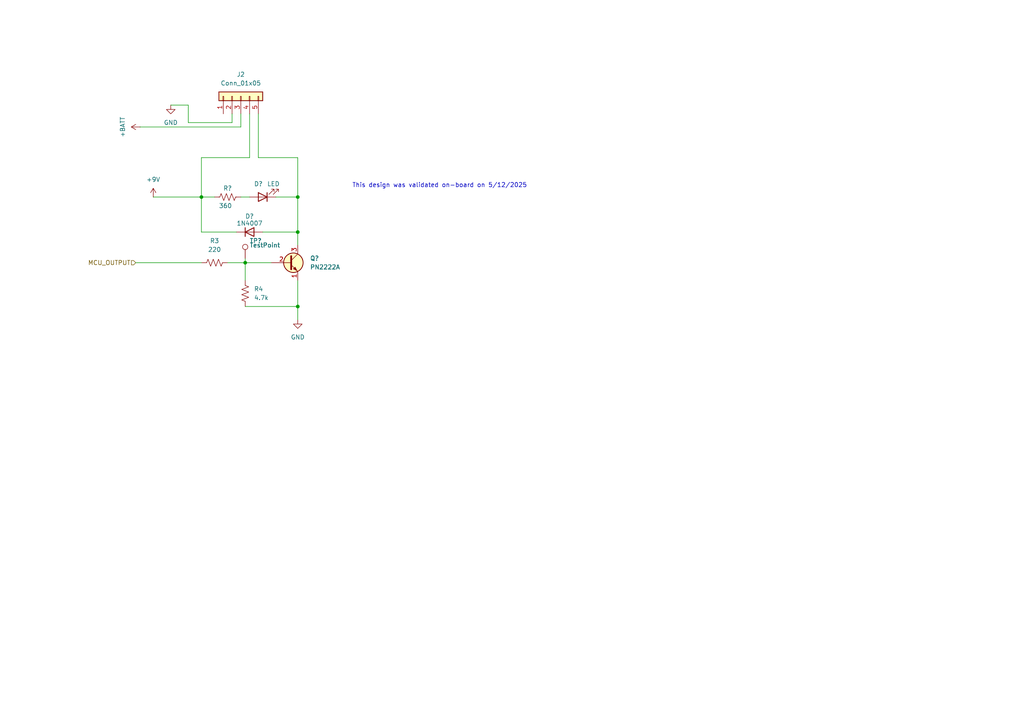
<source format=kicad_sch>
(kicad_sch
	(version 20250114)
	(generator "eeschema")
	(generator_version "9.0")
	(uuid "efca75fd-153b-4cfe-ab8f-e37262fd383b")
	(paper "A4")
	(lib_symbols
		(symbol "Connector:TestPoint"
			(pin_numbers
				(hide yes)
			)
			(pin_names
				(offset 0.762)
				(hide yes)
			)
			(exclude_from_sim no)
			(in_bom yes)
			(on_board yes)
			(property "Reference" "TP"
				(at 0 6.858 0)
				(effects
					(font
						(size 1.27 1.27)
					)
				)
			)
			(property "Value" "TestPoint"
				(at 0 5.08 0)
				(effects
					(font
						(size 1.27 1.27)
					)
				)
			)
			(property "Footprint" ""
				(at 5.08 0 0)
				(effects
					(font
						(size 1.27 1.27)
					)
					(hide yes)
				)
			)
			(property "Datasheet" "~"
				(at 5.08 0 0)
				(effects
					(font
						(size 1.27 1.27)
					)
					(hide yes)
				)
			)
			(property "Description" "test point"
				(at 0 0 0)
				(effects
					(font
						(size 1.27 1.27)
					)
					(hide yes)
				)
			)
			(property "ki_keywords" "test point tp"
				(at 0 0 0)
				(effects
					(font
						(size 1.27 1.27)
					)
					(hide yes)
				)
			)
			(property "ki_fp_filters" "Pin* Test*"
				(at 0 0 0)
				(effects
					(font
						(size 1.27 1.27)
					)
					(hide yes)
				)
			)
			(symbol "TestPoint_0_1"
				(circle
					(center 0 3.302)
					(radius 0.762)
					(stroke
						(width 0)
						(type default)
					)
					(fill
						(type none)
					)
				)
			)
			(symbol "TestPoint_1_1"
				(pin passive line
					(at 0 0 90)
					(length 2.54)
					(name "1"
						(effects
							(font
								(size 1.27 1.27)
							)
						)
					)
					(number "1"
						(effects
							(font
								(size 1.27 1.27)
							)
						)
					)
				)
			)
			(embedded_fonts no)
		)
		(symbol "Connector_Generic:Conn_01x05"
			(pin_names
				(offset 1.016)
				(hide yes)
			)
			(exclude_from_sim no)
			(in_bom yes)
			(on_board yes)
			(property "Reference" "J"
				(at 0 7.62 0)
				(effects
					(font
						(size 1.27 1.27)
					)
				)
			)
			(property "Value" "Conn_01x05"
				(at 0 -7.62 0)
				(effects
					(font
						(size 1.27 1.27)
					)
				)
			)
			(property "Footprint" ""
				(at 0 0 0)
				(effects
					(font
						(size 1.27 1.27)
					)
					(hide yes)
				)
			)
			(property "Datasheet" "~"
				(at 0 0 0)
				(effects
					(font
						(size 1.27 1.27)
					)
					(hide yes)
				)
			)
			(property "Description" "Generic connector, single row, 01x05, script generated (kicad-library-utils/schlib/autogen/connector/)"
				(at 0 0 0)
				(effects
					(font
						(size 1.27 1.27)
					)
					(hide yes)
				)
			)
			(property "ki_keywords" "connector"
				(at 0 0 0)
				(effects
					(font
						(size 1.27 1.27)
					)
					(hide yes)
				)
			)
			(property "ki_fp_filters" "Connector*:*_1x??_*"
				(at 0 0 0)
				(effects
					(font
						(size 1.27 1.27)
					)
					(hide yes)
				)
			)
			(symbol "Conn_01x05_1_1"
				(rectangle
					(start -1.27 6.35)
					(end 1.27 -6.35)
					(stroke
						(width 0.254)
						(type default)
					)
					(fill
						(type background)
					)
				)
				(rectangle
					(start -1.27 5.207)
					(end 0 4.953)
					(stroke
						(width 0.1524)
						(type default)
					)
					(fill
						(type none)
					)
				)
				(rectangle
					(start -1.27 2.667)
					(end 0 2.413)
					(stroke
						(width 0.1524)
						(type default)
					)
					(fill
						(type none)
					)
				)
				(rectangle
					(start -1.27 0.127)
					(end 0 -0.127)
					(stroke
						(width 0.1524)
						(type default)
					)
					(fill
						(type none)
					)
				)
				(rectangle
					(start -1.27 -2.413)
					(end 0 -2.667)
					(stroke
						(width 0.1524)
						(type default)
					)
					(fill
						(type none)
					)
				)
				(rectangle
					(start -1.27 -4.953)
					(end 0 -5.207)
					(stroke
						(width 0.1524)
						(type default)
					)
					(fill
						(type none)
					)
				)
				(pin passive line
					(at -5.08 5.08 0)
					(length 3.81)
					(name "Pin_1"
						(effects
							(font
								(size 1.27 1.27)
							)
						)
					)
					(number "1"
						(effects
							(font
								(size 1.27 1.27)
							)
						)
					)
				)
				(pin passive line
					(at -5.08 2.54 0)
					(length 3.81)
					(name "Pin_2"
						(effects
							(font
								(size 1.27 1.27)
							)
						)
					)
					(number "2"
						(effects
							(font
								(size 1.27 1.27)
							)
						)
					)
				)
				(pin passive line
					(at -5.08 0 0)
					(length 3.81)
					(name "Pin_3"
						(effects
							(font
								(size 1.27 1.27)
							)
						)
					)
					(number "3"
						(effects
							(font
								(size 1.27 1.27)
							)
						)
					)
				)
				(pin passive line
					(at -5.08 -2.54 0)
					(length 3.81)
					(name "Pin_4"
						(effects
							(font
								(size 1.27 1.27)
							)
						)
					)
					(number "4"
						(effects
							(font
								(size 1.27 1.27)
							)
						)
					)
				)
				(pin passive line
					(at -5.08 -5.08 0)
					(length 3.81)
					(name "Pin_5"
						(effects
							(font
								(size 1.27 1.27)
							)
						)
					)
					(number "5"
						(effects
							(font
								(size 1.27 1.27)
							)
						)
					)
				)
			)
			(embedded_fonts no)
		)
		(symbol "Device:D"
			(pin_numbers
				(hide yes)
			)
			(pin_names
				(offset 1.016)
				(hide yes)
			)
			(exclude_from_sim no)
			(in_bom yes)
			(on_board yes)
			(property "Reference" "D"
				(at 0 2.54 0)
				(effects
					(font
						(size 1.27 1.27)
					)
				)
			)
			(property "Value" "D"
				(at 0 -2.54 0)
				(effects
					(font
						(size 1.27 1.27)
					)
				)
			)
			(property "Footprint" ""
				(at 0 0 0)
				(effects
					(font
						(size 1.27 1.27)
					)
					(hide yes)
				)
			)
			(property "Datasheet" "~"
				(at 0 0 0)
				(effects
					(font
						(size 1.27 1.27)
					)
					(hide yes)
				)
			)
			(property "Description" "Diode"
				(at 0 0 0)
				(effects
					(font
						(size 1.27 1.27)
					)
					(hide yes)
				)
			)
			(property "Sim.Device" "D"
				(at 0 0 0)
				(effects
					(font
						(size 1.27 1.27)
					)
					(hide yes)
				)
			)
			(property "Sim.Pins" "1=K 2=A"
				(at 0 0 0)
				(effects
					(font
						(size 1.27 1.27)
					)
					(hide yes)
				)
			)
			(property "ki_keywords" "diode"
				(at 0 0 0)
				(effects
					(font
						(size 1.27 1.27)
					)
					(hide yes)
				)
			)
			(property "ki_fp_filters" "TO-???* *_Diode_* *SingleDiode* D_*"
				(at 0 0 0)
				(effects
					(font
						(size 1.27 1.27)
					)
					(hide yes)
				)
			)
			(symbol "D_0_1"
				(polyline
					(pts
						(xy -1.27 1.27) (xy -1.27 -1.27)
					)
					(stroke
						(width 0.254)
						(type default)
					)
					(fill
						(type none)
					)
				)
				(polyline
					(pts
						(xy 1.27 1.27) (xy 1.27 -1.27) (xy -1.27 0) (xy 1.27 1.27)
					)
					(stroke
						(width 0.254)
						(type default)
					)
					(fill
						(type none)
					)
				)
				(polyline
					(pts
						(xy 1.27 0) (xy -1.27 0)
					)
					(stroke
						(width 0)
						(type default)
					)
					(fill
						(type none)
					)
				)
			)
			(symbol "D_1_1"
				(pin passive line
					(at -3.81 0 0)
					(length 2.54)
					(name "K"
						(effects
							(font
								(size 1.27 1.27)
							)
						)
					)
					(number "1"
						(effects
							(font
								(size 1.27 1.27)
							)
						)
					)
				)
				(pin passive line
					(at 3.81 0 180)
					(length 2.54)
					(name "A"
						(effects
							(font
								(size 1.27 1.27)
							)
						)
					)
					(number "2"
						(effects
							(font
								(size 1.27 1.27)
							)
						)
					)
				)
			)
			(embedded_fonts no)
		)
		(symbol "Device:LED"
			(pin_numbers
				(hide yes)
			)
			(pin_names
				(offset 1.016)
				(hide yes)
			)
			(exclude_from_sim no)
			(in_bom yes)
			(on_board yes)
			(property "Reference" "D"
				(at 0 2.54 0)
				(effects
					(font
						(size 1.27 1.27)
					)
				)
			)
			(property "Value" "LED"
				(at 0 -2.54 0)
				(effects
					(font
						(size 1.27 1.27)
					)
				)
			)
			(property "Footprint" ""
				(at 0 0 0)
				(effects
					(font
						(size 1.27 1.27)
					)
					(hide yes)
				)
			)
			(property "Datasheet" "~"
				(at 0 0 0)
				(effects
					(font
						(size 1.27 1.27)
					)
					(hide yes)
				)
			)
			(property "Description" "Light emitting diode"
				(at 0 0 0)
				(effects
					(font
						(size 1.27 1.27)
					)
					(hide yes)
				)
			)
			(property "ki_keywords" "LED diode"
				(at 0 0 0)
				(effects
					(font
						(size 1.27 1.27)
					)
					(hide yes)
				)
			)
			(property "ki_fp_filters" "LED* LED_SMD:* LED_THT:*"
				(at 0 0 0)
				(effects
					(font
						(size 1.27 1.27)
					)
					(hide yes)
				)
			)
			(symbol "LED_0_1"
				(polyline
					(pts
						(xy -3.048 -0.762) (xy -4.572 -2.286) (xy -3.81 -2.286) (xy -4.572 -2.286) (xy -4.572 -1.524)
					)
					(stroke
						(width 0)
						(type default)
					)
					(fill
						(type none)
					)
				)
				(polyline
					(pts
						(xy -1.778 -0.762) (xy -3.302 -2.286) (xy -2.54 -2.286) (xy -3.302 -2.286) (xy -3.302 -1.524)
					)
					(stroke
						(width 0)
						(type default)
					)
					(fill
						(type none)
					)
				)
				(polyline
					(pts
						(xy -1.27 0) (xy 1.27 0)
					)
					(stroke
						(width 0)
						(type default)
					)
					(fill
						(type none)
					)
				)
				(polyline
					(pts
						(xy -1.27 -1.27) (xy -1.27 1.27)
					)
					(stroke
						(width 0.254)
						(type default)
					)
					(fill
						(type none)
					)
				)
				(polyline
					(pts
						(xy 1.27 -1.27) (xy 1.27 1.27) (xy -1.27 0) (xy 1.27 -1.27)
					)
					(stroke
						(width 0.254)
						(type default)
					)
					(fill
						(type none)
					)
				)
			)
			(symbol "LED_1_1"
				(pin passive line
					(at -3.81 0 0)
					(length 2.54)
					(name "K"
						(effects
							(font
								(size 1.27 1.27)
							)
						)
					)
					(number "1"
						(effects
							(font
								(size 1.27 1.27)
							)
						)
					)
				)
				(pin passive line
					(at 3.81 0 180)
					(length 2.54)
					(name "A"
						(effects
							(font
								(size 1.27 1.27)
							)
						)
					)
					(number "2"
						(effects
							(font
								(size 1.27 1.27)
							)
						)
					)
				)
			)
			(embedded_fonts no)
		)
		(symbol "Device:R_US"
			(pin_numbers
				(hide yes)
			)
			(pin_names
				(offset 0)
			)
			(exclude_from_sim no)
			(in_bom yes)
			(on_board yes)
			(property "Reference" "R"
				(at 2.54 0 90)
				(effects
					(font
						(size 1.27 1.27)
					)
				)
			)
			(property "Value" "R_US"
				(at -2.54 0 90)
				(effects
					(font
						(size 1.27 1.27)
					)
				)
			)
			(property "Footprint" ""
				(at 1.016 -0.254 90)
				(effects
					(font
						(size 1.27 1.27)
					)
					(hide yes)
				)
			)
			(property "Datasheet" "~"
				(at 0 0 0)
				(effects
					(font
						(size 1.27 1.27)
					)
					(hide yes)
				)
			)
			(property "Description" "Resistor, US symbol"
				(at 0 0 0)
				(effects
					(font
						(size 1.27 1.27)
					)
					(hide yes)
				)
			)
			(property "ki_keywords" "R res resistor"
				(at 0 0 0)
				(effects
					(font
						(size 1.27 1.27)
					)
					(hide yes)
				)
			)
			(property "ki_fp_filters" "R_*"
				(at 0 0 0)
				(effects
					(font
						(size 1.27 1.27)
					)
					(hide yes)
				)
			)
			(symbol "R_US_0_1"
				(polyline
					(pts
						(xy 0 2.286) (xy 0 2.54)
					)
					(stroke
						(width 0)
						(type default)
					)
					(fill
						(type none)
					)
				)
				(polyline
					(pts
						(xy 0 2.286) (xy 1.016 1.905) (xy 0 1.524) (xy -1.016 1.143) (xy 0 0.762)
					)
					(stroke
						(width 0)
						(type default)
					)
					(fill
						(type none)
					)
				)
				(polyline
					(pts
						(xy 0 0.762) (xy 1.016 0.381) (xy 0 0) (xy -1.016 -0.381) (xy 0 -0.762)
					)
					(stroke
						(width 0)
						(type default)
					)
					(fill
						(type none)
					)
				)
				(polyline
					(pts
						(xy 0 -0.762) (xy 1.016 -1.143) (xy 0 -1.524) (xy -1.016 -1.905) (xy 0 -2.286)
					)
					(stroke
						(width 0)
						(type default)
					)
					(fill
						(type none)
					)
				)
				(polyline
					(pts
						(xy 0 -2.286) (xy 0 -2.54)
					)
					(stroke
						(width 0)
						(type default)
					)
					(fill
						(type none)
					)
				)
			)
			(symbol "R_US_1_1"
				(pin passive line
					(at 0 3.81 270)
					(length 1.27)
					(name "~"
						(effects
							(font
								(size 1.27 1.27)
							)
						)
					)
					(number "1"
						(effects
							(font
								(size 1.27 1.27)
							)
						)
					)
				)
				(pin passive line
					(at 0 -3.81 90)
					(length 1.27)
					(name "~"
						(effects
							(font
								(size 1.27 1.27)
							)
						)
					)
					(number "2"
						(effects
							(font
								(size 1.27 1.27)
							)
						)
					)
				)
			)
			(embedded_fonts no)
		)
		(symbol "PCM_Transistor_BJT_AKL:PN2222A"
			(pin_names
				(hide yes)
			)
			(exclude_from_sim no)
			(in_bom yes)
			(on_board yes)
			(property "Reference" "Q"
				(at 5.08 1.27 0)
				(effects
					(font
						(size 1.27 1.27)
					)
					(justify left)
				)
			)
			(property "Value" "PN2222A"
				(at 5.08 -1.27 0)
				(effects
					(font
						(size 1.27 1.27)
					)
					(justify left)
				)
			)
			(property "Footprint" "Package_TO_SOT_THT_AKL:TO-92_Inline_Wide_EBC"
				(at 5.08 2.54 0)
				(effects
					(font
						(size 1.27 1.27)
					)
					(hide yes)
				)
			)
			(property "Datasheet" "https://www.tme.eu/Document/6fc4d4bda1f7e53502c9939019a00d3f/PN2222ABU.pdf"
				(at 0 0 0)
				(effects
					(font
						(size 1.27 1.27)
					)
					(hide yes)
				)
			)
			(property "Description" "NPN TO-92 transistor, 40V, 1A, 625mW, Alternate KiCAD Library"
				(at 0 0 0)
				(effects
					(font
						(size 1.27 1.27)
					)
					(hide yes)
				)
			)
			(property "ki_keywords" "transistor NPN PN2222A"
				(at 0 0 0)
				(effects
					(font
						(size 1.27 1.27)
					)
					(hide yes)
				)
			)
			(symbol "PN2222A_0_1"
				(polyline
					(pts
						(xy 0.635 1.905) (xy 0.635 -1.905) (xy 0.635 -1.905)
					)
					(stroke
						(width 0.508)
						(type default)
					)
					(fill
						(type none)
					)
				)
				(polyline
					(pts
						(xy 0.635 0.635) (xy 2.54 2.54)
					)
					(stroke
						(width 0)
						(type default)
					)
					(fill
						(type none)
					)
				)
				(polyline
					(pts
						(xy 0.635 -0.635) (xy 2.54 -2.54) (xy 2.54 -2.54)
					)
					(stroke
						(width 0)
						(type default)
					)
					(fill
						(type none)
					)
				)
				(circle
					(center 1.27 0)
					(radius 2.8194)
					(stroke
						(width 0.254)
						(type default)
					)
					(fill
						(type background)
					)
				)
				(polyline
					(pts
						(xy 1.27 -1.778) (xy 1.778 -1.27) (xy 2.286 -2.286) (xy 1.27 -1.778) (xy 1.27 -1.778)
					)
					(stroke
						(width 0)
						(type default)
					)
					(fill
						(type outline)
					)
				)
			)
			(symbol "PN2222A_1_1"
				(pin passive line
					(at -5.08 0 0)
					(length 5.715)
					(name "B"
						(effects
							(font
								(size 1.27 1.27)
							)
						)
					)
					(number "2"
						(effects
							(font
								(size 1.27 1.27)
							)
						)
					)
				)
				(pin passive line
					(at 2.54 5.08 270)
					(length 2.54)
					(name "C"
						(effects
							(font
								(size 1.27 1.27)
							)
						)
					)
					(number "3"
						(effects
							(font
								(size 1.27 1.27)
							)
						)
					)
				)
				(pin passive line
					(at 2.54 -5.08 90)
					(length 2.54)
					(name "E"
						(effects
							(font
								(size 1.27 1.27)
							)
						)
					)
					(number "1"
						(effects
							(font
								(size 1.27 1.27)
							)
						)
					)
				)
			)
			(embedded_fonts no)
		)
		(symbol "power:+9V"
			(power)
			(pin_numbers
				(hide yes)
			)
			(pin_names
				(offset 0)
				(hide yes)
			)
			(exclude_from_sim no)
			(in_bom yes)
			(on_board yes)
			(property "Reference" "#PWR"
				(at 0 -3.81 0)
				(effects
					(font
						(size 1.27 1.27)
					)
					(hide yes)
				)
			)
			(property "Value" "+9V"
				(at 0 3.556 0)
				(effects
					(font
						(size 1.27 1.27)
					)
				)
			)
			(property "Footprint" ""
				(at 0 0 0)
				(effects
					(font
						(size 1.27 1.27)
					)
					(hide yes)
				)
			)
			(property "Datasheet" ""
				(at 0 0 0)
				(effects
					(font
						(size 1.27 1.27)
					)
					(hide yes)
				)
			)
			(property "Description" "Power symbol creates a global label with name \"+9V\""
				(at 0 0 0)
				(effects
					(font
						(size 1.27 1.27)
					)
					(hide yes)
				)
			)
			(property "ki_keywords" "global power"
				(at 0 0 0)
				(effects
					(font
						(size 1.27 1.27)
					)
					(hide yes)
				)
			)
			(symbol "+9V_0_1"
				(polyline
					(pts
						(xy -0.762 1.27) (xy 0 2.54)
					)
					(stroke
						(width 0)
						(type default)
					)
					(fill
						(type none)
					)
				)
				(polyline
					(pts
						(xy 0 2.54) (xy 0.762 1.27)
					)
					(stroke
						(width 0)
						(type default)
					)
					(fill
						(type none)
					)
				)
				(polyline
					(pts
						(xy 0 0) (xy 0 2.54)
					)
					(stroke
						(width 0)
						(type default)
					)
					(fill
						(type none)
					)
				)
			)
			(symbol "+9V_1_1"
				(pin power_in line
					(at 0 0 90)
					(length 0)
					(name "~"
						(effects
							(font
								(size 1.27 1.27)
							)
						)
					)
					(number "1"
						(effects
							(font
								(size 1.27 1.27)
							)
						)
					)
				)
			)
			(embedded_fonts no)
		)
		(symbol "power:+BATT"
			(power)
			(pin_numbers
				(hide yes)
			)
			(pin_names
				(offset 0)
				(hide yes)
			)
			(exclude_from_sim no)
			(in_bom yes)
			(on_board yes)
			(property "Reference" "#PWR"
				(at 0 -3.81 0)
				(effects
					(font
						(size 1.27 1.27)
					)
					(hide yes)
				)
			)
			(property "Value" "+BATT"
				(at 0 3.556 0)
				(effects
					(font
						(size 1.27 1.27)
					)
				)
			)
			(property "Footprint" ""
				(at 0 0 0)
				(effects
					(font
						(size 1.27 1.27)
					)
					(hide yes)
				)
			)
			(property "Datasheet" ""
				(at 0 0 0)
				(effects
					(font
						(size 1.27 1.27)
					)
					(hide yes)
				)
			)
			(property "Description" "Power symbol creates a global label with name \"+BATT\""
				(at 0 0 0)
				(effects
					(font
						(size 1.27 1.27)
					)
					(hide yes)
				)
			)
			(property "ki_keywords" "global power battery"
				(at 0 0 0)
				(effects
					(font
						(size 1.27 1.27)
					)
					(hide yes)
				)
			)
			(symbol "+BATT_0_1"
				(polyline
					(pts
						(xy -0.762 1.27) (xy 0 2.54)
					)
					(stroke
						(width 0)
						(type default)
					)
					(fill
						(type none)
					)
				)
				(polyline
					(pts
						(xy 0 2.54) (xy 0.762 1.27)
					)
					(stroke
						(width 0)
						(type default)
					)
					(fill
						(type none)
					)
				)
				(polyline
					(pts
						(xy 0 0) (xy 0 2.54)
					)
					(stroke
						(width 0)
						(type default)
					)
					(fill
						(type none)
					)
				)
			)
			(symbol "+BATT_1_1"
				(pin power_in line
					(at 0 0 90)
					(length 0)
					(name "~"
						(effects
							(font
								(size 1.27 1.27)
							)
						)
					)
					(number "1"
						(effects
							(font
								(size 1.27 1.27)
							)
						)
					)
				)
			)
			(embedded_fonts no)
		)
		(symbol "power:GND"
			(power)
			(pin_numbers
				(hide yes)
			)
			(pin_names
				(offset 0)
				(hide yes)
			)
			(exclude_from_sim no)
			(in_bom yes)
			(on_board yes)
			(property "Reference" "#PWR"
				(at 0 -6.35 0)
				(effects
					(font
						(size 1.27 1.27)
					)
					(hide yes)
				)
			)
			(property "Value" "GND"
				(at 0 -3.81 0)
				(effects
					(font
						(size 1.27 1.27)
					)
				)
			)
			(property "Footprint" ""
				(at 0 0 0)
				(effects
					(font
						(size 1.27 1.27)
					)
					(hide yes)
				)
			)
			(property "Datasheet" ""
				(at 0 0 0)
				(effects
					(font
						(size 1.27 1.27)
					)
					(hide yes)
				)
			)
			(property "Description" "Power symbol creates a global label with name \"GND\" , ground"
				(at 0 0 0)
				(effects
					(font
						(size 1.27 1.27)
					)
					(hide yes)
				)
			)
			(property "ki_keywords" "global power"
				(at 0 0 0)
				(effects
					(font
						(size 1.27 1.27)
					)
					(hide yes)
				)
			)
			(symbol "GND_0_1"
				(polyline
					(pts
						(xy 0 0) (xy 0 -1.27) (xy 1.27 -1.27) (xy 0 -2.54) (xy -1.27 -1.27) (xy 0 -1.27)
					)
					(stroke
						(width 0)
						(type default)
					)
					(fill
						(type none)
					)
				)
			)
			(symbol "GND_1_1"
				(pin power_in line
					(at 0 0 270)
					(length 0)
					(name "~"
						(effects
							(font
								(size 1.27 1.27)
							)
						)
					)
					(number "1"
						(effects
							(font
								(size 1.27 1.27)
							)
						)
					)
				)
			)
			(embedded_fonts no)
		)
	)
	(text "This design was validated on-board on 5/12/2025"
		(exclude_from_sim no)
		(at 127.508 53.848 0)
		(effects
			(font
				(size 1.27 1.27)
			)
		)
		(uuid "c187f81d-aae3-4f6e-9999-16b584bac46c")
	)
	(junction
		(at 86.36 67.31)
		(diameter 0)
		(color 0 0 0 0)
		(uuid "69bb7228-b495-4750-906a-bc2c1d544d8a")
	)
	(junction
		(at 58.42 57.15)
		(diameter 0)
		(color 0 0 0 0)
		(uuid "8068321b-2366-4b26-8208-836bec6d01bc")
	)
	(junction
		(at 71.12 76.2)
		(diameter 0)
		(color 0 0 0 0)
		(uuid "c52fc3ca-f271-4eda-a219-194265c7ce89")
	)
	(junction
		(at 86.36 88.9)
		(diameter 0)
		(color 0 0 0 0)
		(uuid "d9498d1f-c829-46db-a666-558b5cce86ef")
	)
	(junction
		(at 86.36 57.15)
		(diameter 0)
		(color 0 0 0 0)
		(uuid "fc11def5-56d0-41bd-8936-7b1cd5c0d2b2")
	)
	(wire
		(pts
			(xy 54.61 35.56) (xy 67.31 35.56)
		)
		(stroke
			(width 0)
			(type default)
		)
		(uuid "01f28312-18a8-49d9-b280-f8c640c8691d")
	)
	(wire
		(pts
			(xy 86.36 81.28) (xy 86.36 88.9)
		)
		(stroke
			(width 0)
			(type default)
		)
		(uuid "0f7bf714-e24d-4f4f-8cec-2f2e35c2508c")
	)
	(wire
		(pts
			(xy 44.45 57.15) (xy 58.42 57.15)
		)
		(stroke
			(width 0)
			(type default)
		)
		(uuid "1462a3ea-9a4c-47d3-b2fc-3bf0e781a31c")
	)
	(wire
		(pts
			(xy 66.04 76.2) (xy 71.12 76.2)
		)
		(stroke
			(width 0)
			(type default)
		)
		(uuid "1f051ee7-404c-48ab-aee7-f63e6bc86cee")
	)
	(wire
		(pts
			(xy 58.42 67.31) (xy 68.58 67.31)
		)
		(stroke
			(width 0)
			(type default)
		)
		(uuid "2520b168-2033-4aac-ac54-ac38d428d86e")
	)
	(wire
		(pts
			(xy 72.39 33.02) (xy 72.39 45.72)
		)
		(stroke
			(width 0)
			(type default)
		)
		(uuid "26716a18-3193-4787-b6ff-e23b308bcbe4")
	)
	(wire
		(pts
			(xy 58.42 57.15) (xy 58.42 45.72)
		)
		(stroke
			(width 0)
			(type default)
		)
		(uuid "2f17e7fb-82d6-40ae-827a-489635ea7118")
	)
	(wire
		(pts
			(xy 40.64 36.83) (xy 69.85 36.83)
		)
		(stroke
			(width 0)
			(type default)
		)
		(uuid "418c87df-98e7-4adb-b884-99ff45543de3")
	)
	(wire
		(pts
			(xy 71.12 88.9) (xy 86.36 88.9)
		)
		(stroke
			(width 0)
			(type default)
		)
		(uuid "49682ba3-a48c-48ee-ad29-120269aadfb4")
	)
	(wire
		(pts
			(xy 58.42 67.31) (xy 58.42 57.15)
		)
		(stroke
			(width 0)
			(type default)
		)
		(uuid "50e65664-099a-40b8-a819-5ce9b124a67f")
	)
	(wire
		(pts
			(xy 54.61 30.48) (xy 49.53 30.48)
		)
		(stroke
			(width 0)
			(type default)
		)
		(uuid "60b3bd39-d1cf-459f-a778-89e69c7f8329")
	)
	(wire
		(pts
			(xy 71.12 76.2) (xy 71.12 81.28)
		)
		(stroke
			(width 0)
			(type default)
		)
		(uuid "62e9e749-1062-498f-8938-ceddb301e977")
	)
	(wire
		(pts
			(xy 86.36 67.31) (xy 86.36 71.12)
		)
		(stroke
			(width 0)
			(type default)
		)
		(uuid "6f0fce75-c783-4323-936e-8de4dfaf6b5c")
	)
	(wire
		(pts
			(xy 86.36 57.15) (xy 86.36 67.31)
		)
		(stroke
			(width 0)
			(type default)
		)
		(uuid "703f872a-a308-4360-a15c-7d7ce82228c6")
	)
	(wire
		(pts
			(xy 74.93 45.72) (xy 86.36 45.72)
		)
		(stroke
			(width 0)
			(type default)
		)
		(uuid "786bc0dd-5d02-467d-a3df-62c6c87018c8")
	)
	(wire
		(pts
			(xy 76.2 67.31) (xy 86.36 67.31)
		)
		(stroke
			(width 0)
			(type default)
		)
		(uuid "89232a53-acce-4068-a70c-535db007a649")
	)
	(wire
		(pts
			(xy 71.12 74.93) (xy 71.12 76.2)
		)
		(stroke
			(width 0)
			(type default)
		)
		(uuid "9ba0b736-ab7e-495b-8386-0f2182d0f273")
	)
	(wire
		(pts
			(xy 86.36 88.9) (xy 86.36 92.71)
		)
		(stroke
			(width 0)
			(type default)
		)
		(uuid "a1fcf107-eddb-4178-900c-5dac07b4296f")
	)
	(wire
		(pts
			(xy 80.01 57.15) (xy 86.36 57.15)
		)
		(stroke
			(width 0)
			(type default)
		)
		(uuid "a28f8525-80c2-4c64-93d4-db7b02318636")
	)
	(wire
		(pts
			(xy 86.36 45.72) (xy 86.36 57.15)
		)
		(stroke
			(width 0)
			(type default)
		)
		(uuid "aaa4b1b5-868b-4ed5-a3c3-d5b16f4774d6")
	)
	(wire
		(pts
			(xy 39.37 76.2) (xy 58.42 76.2)
		)
		(stroke
			(width 0)
			(type default)
		)
		(uuid "bd4fd656-5255-4515-94e4-15889819b674")
	)
	(wire
		(pts
			(xy 54.61 30.48) (xy 54.61 35.56)
		)
		(stroke
			(width 0)
			(type default)
		)
		(uuid "beb8b2f8-76b8-4c6d-b07e-b0999651de17")
	)
	(wire
		(pts
			(xy 58.42 57.15) (xy 62.23 57.15)
		)
		(stroke
			(width 0)
			(type default)
		)
		(uuid "bf798064-d4bc-4d36-ad37-dbd9675af94e")
	)
	(wire
		(pts
			(xy 72.39 45.72) (xy 58.42 45.72)
		)
		(stroke
			(width 0)
			(type default)
		)
		(uuid "c2567475-b277-4e0f-ac6b-45fab53d10ef")
	)
	(wire
		(pts
			(xy 71.12 76.2) (xy 78.74 76.2)
		)
		(stroke
			(width 0)
			(type default)
		)
		(uuid "c270628f-ea34-4eaf-a6f6-4c28ef2ab95c")
	)
	(wire
		(pts
			(xy 74.93 33.02) (xy 74.93 45.72)
		)
		(stroke
			(width 0)
			(type default)
		)
		(uuid "c6e3af92-b74d-4ace-8f16-5cfaa7b2019e")
	)
	(wire
		(pts
			(xy 69.85 36.83) (xy 69.85 33.02)
		)
		(stroke
			(width 0)
			(type default)
		)
		(uuid "d48464c1-f7de-4093-80be-9a8dce95aff1")
	)
	(wire
		(pts
			(xy 69.85 57.15) (xy 72.39 57.15)
		)
		(stroke
			(width 0)
			(type default)
		)
		(uuid "f7338ea7-07f9-42f2-b93f-f55ba0d4c0b0")
	)
	(wire
		(pts
			(xy 67.31 35.56) (xy 67.31 33.02)
		)
		(stroke
			(width 0)
			(type default)
		)
		(uuid "f8fe08b4-ab87-44ad-b0af-7f74e9bfd7e2")
	)
	(hierarchical_label "MCU_OUTPUT"
		(shape input)
		(at 39.37 76.2 180)
		(effects
			(font
				(size 1.27 1.27)
			)
			(justify right)
		)
		(uuid "50a65e4d-0397-4f2f-9946-6d41561dff52")
	)
	(symbol
		(lib_id "power:GND")
		(at 86.36 92.71 0)
		(unit 1)
		(exclude_from_sim no)
		(in_bom yes)
		(on_board yes)
		(dnp no)
		(fields_autoplaced yes)
		(uuid "1e0fae94-6d91-4826-99a0-cf0aa896d844")
		(property "Reference" "#PWR032"
			(at 86.36 99.06 0)
			(effects
				(font
					(size 1.27 1.27)
				)
				(hide yes)
			)
		)
		(property "Value" "GND"
			(at 86.36 97.79 0)
			(effects
				(font
					(size 1.27 1.27)
				)
			)
		)
		(property "Footprint" ""
			(at 86.36 92.71 0)
			(effects
				(font
					(size 1.27 1.27)
				)
				(hide yes)
			)
		)
		(property "Datasheet" ""
			(at 86.36 92.71 0)
			(effects
				(font
					(size 1.27 1.27)
				)
				(hide yes)
			)
		)
		(property "Description" "Power symbol creates a global label with name \"GND\" , ground"
			(at 86.36 92.71 0)
			(effects
				(font
					(size 1.27 1.27)
				)
				(hide yes)
			)
		)
		(pin "1"
			(uuid "e5d8c785-1d82-4ee8-8bd0-cc77791fbd2d")
		)
		(instances
			(project "battery monitoring board"
				(path "/bf623d80-ca5a-491f-9daa-4dffbeba5279/d1e89632-1041-42ed-815d-03472eda859a"
					(reference "#PWR032")
					(unit 1)
				)
			)
			(project "e-switch_sch"
				(path "/efca75fd-153b-4cfe-ab8f-e37262fd383b"
					(reference "#PWR01")
					(unit 1)
				)
			)
		)
	)
	(symbol
		(lib_id "PCM_Transistor_BJT_AKL:PN2222A")
		(at 83.82 76.2 0)
		(unit 1)
		(exclude_from_sim no)
		(in_bom yes)
		(on_board yes)
		(dnp no)
		(fields_autoplaced yes)
		(uuid "2ac05739-4527-490e-b808-c5c91f6e53a3")
		(property "Reference" "Q2"
			(at 89.916 74.93 0)
			(effects
				(font
					(size 1.27 1.27)
				)
				(justify left)
			)
		)
		(property "Value" "PN2222A"
			(at 89.916 77.47 0)
			(effects
				(font
					(size 1.27 1.27)
				)
				(justify left)
			)
		)
		(property "Footprint" "Package_TO_SOT_THT:TO-92"
			(at 88.9 73.66 0)
			(effects
				(font
					(size 1.27 1.27)
				)
				(hide yes)
			)
		)
		(property "Datasheet" "https://www.tme.eu/Document/6fc4d4bda1f7e53502c9939019a00d3f/PN2222ABU.pdf"
			(at 83.82 76.2 0)
			(effects
				(font
					(size 1.27 1.27)
				)
				(hide yes)
			)
		)
		(property "Description" ""
			(at 83.82 76.2 0)
			(effects
				(font
					(size 1.27 1.27)
				)
				(hide yes)
			)
		)
		(pin "1"
			(uuid "9039a75f-856d-4a76-91cc-bfe57a4d09f4")
		)
		(pin "2"
			(uuid "58ac7dcb-c437-4996-b83b-a032dae3ecaa")
		)
		(pin "3"
			(uuid "9c1481a4-9938-48ca-aeee-3b71cdc5ff85")
		)
		(instances
			(project "battery monitoring board"
				(path "/bf623d80-ca5a-491f-9daa-4dffbeba5279/d1e89632-1041-42ed-815d-03472eda859a"
					(reference "Q2")
					(unit 1)
				)
			)
			(project "e-switch_sch"
				(path "/efca75fd-153b-4cfe-ab8f-e37262fd383b"
					(reference "Q?")
					(unit 1)
				)
			)
		)
	)
	(symbol
		(lib_id "Device:R_US")
		(at 66.04 57.15 90)
		(unit 1)
		(exclude_from_sim no)
		(in_bom yes)
		(on_board yes)
		(dnp no)
		(uuid "3efc94dc-d4b6-4283-819a-8768402ca775")
		(property "Reference" "R17"
			(at 67.31 54.61 90)
			(effects
				(font
					(size 1.27 1.27)
				)
				(justify left)
			)
		)
		(property "Value" "360"
			(at 67.31 59.69 90)
			(effects
				(font
					(size 1.27 1.27)
				)
				(justify left)
			)
		)
		(property "Footprint" "Resistor_SMD:R_0805_2012Metric_Pad1.20x1.40mm_HandSolder"
			(at 66.294 56.134 90)
			(effects
				(font
					(size 1.27 1.27)
				)
				(hide yes)
			)
		)
		(property "Datasheet" "~"
			(at 66.04 57.15 0)
			(effects
				(font
					(size 1.27 1.27)
				)
				(hide yes)
			)
		)
		(property "Description" "Resistor, US symbol"
			(at 66.04 57.15 0)
			(effects
				(font
					(size 1.27 1.27)
				)
				(hide yes)
			)
		)
		(pin "1"
			(uuid "a072566c-9757-444c-a23d-755cc7c3f157")
		)
		(pin "2"
			(uuid "560333db-a667-495c-94bd-88f0dc1e8f50")
		)
		(instances
			(project "leak sensor"
				(path "/127822e7-fd70-4fb4-952a-2fa8fdde2438"
					(reference "R10")
					(unit 1)
				)
			)
			(project "battery monitoring board"
				(path "/bf623d80-ca5a-491f-9daa-4dffbeba5279/d1e89632-1041-42ed-815d-03472eda859a"
					(reference "R17")
					(unit 1)
				)
			)
			(project "e-switch_sch"
				(path "/efca75fd-153b-4cfe-ab8f-e37262fd383b"
					(reference "R?")
					(unit 1)
				)
			)
		)
	)
	(symbol
		(lib_id "power:+BATT")
		(at 40.64 36.83 90)
		(unit 1)
		(exclude_from_sim no)
		(in_bom yes)
		(on_board yes)
		(dnp no)
		(fields_autoplaced yes)
		(uuid "59725479-f843-464c-a080-fa8ae90e0f87")
		(property "Reference" "#PWR013"
			(at 44.45 36.83 0)
			(effects
				(font
					(size 1.27 1.27)
				)
				(hide yes)
			)
		)
		(property "Value" "+BATT"
			(at 35.56 36.83 0)
			(effects
				(font
					(size 1.27 1.27)
				)
			)
		)
		(property "Footprint" ""
			(at 40.64 36.83 0)
			(effects
				(font
					(size 1.27 1.27)
				)
				(hide yes)
			)
		)
		(property "Datasheet" ""
			(at 40.64 36.83 0)
			(effects
				(font
					(size 1.27 1.27)
				)
				(hide yes)
			)
		)
		(property "Description" "Power symbol creates a global label with name \"+BATT\""
			(at 40.64 36.83 0)
			(effects
				(font
					(size 1.27 1.27)
				)
				(hide yes)
			)
		)
		(pin "1"
			(uuid "64a0d8f8-e924-4190-a66f-7ae31d45e922")
		)
		(instances
			(project "battery monitoring board"
				(path "/bf623d80-ca5a-491f-9daa-4dffbeba5279/d1e89632-1041-42ed-815d-03472eda859a"
					(reference "#PWR013")
					(unit 1)
				)
			)
			(project "e-switch_sch"
				(path "/efca75fd-153b-4cfe-ab8f-e37262fd383b"
					(reference "#PWR?")
					(unit 1)
				)
			)
		)
	)
	(symbol
		(lib_id "power:+9V")
		(at 44.45 57.15 0)
		(unit 1)
		(exclude_from_sim no)
		(in_bom yes)
		(on_board yes)
		(dnp no)
		(fields_autoplaced yes)
		(uuid "6ba8ef20-259c-42d8-8a3e-774cf4871103")
		(property "Reference" "#PWR02"
			(at 44.45 60.96 0)
			(effects
				(font
					(size 1.27 1.27)
				)
				(hide yes)
			)
		)
		(property "Value" "+9V"
			(at 44.45 52.07 0)
			(effects
				(font
					(size 1.27 1.27)
				)
			)
		)
		(property "Footprint" ""
			(at 44.45 57.15 0)
			(effects
				(font
					(size 1.27 1.27)
				)
				(hide yes)
			)
		)
		(property "Datasheet" ""
			(at 44.45 57.15 0)
			(effects
				(font
					(size 1.27 1.27)
				)
				(hide yes)
			)
		)
		(property "Description" "Power symbol creates a global label with name \"+9V\""
			(at 44.45 57.15 0)
			(effects
				(font
					(size 1.27 1.27)
				)
				(hide yes)
			)
		)
		(pin "1"
			(uuid "4aa4cf33-a41d-4f47-9323-ea053a9b1c35")
		)
		(instances
			(project "battery monitoring board"
				(path "/bf623d80-ca5a-491f-9daa-4dffbeba5279/d1e89632-1041-42ed-815d-03472eda859a"
					(reference "#PWR02")
					(unit 1)
				)
			)
			(project "e-switch_sch"
				(path "/efca75fd-153b-4cfe-ab8f-e37262fd383b"
					(reference "#PWR?")
					(unit 1)
				)
			)
		)
	)
	(symbol
		(lib_id "Connector_Generic:Conn_01x05")
		(at 69.85 27.94 90)
		(unit 1)
		(exclude_from_sim no)
		(in_bom yes)
		(on_board yes)
		(dnp no)
		(fields_autoplaced yes)
		(uuid "a1518165-50ba-42e0-9638-5bb23303ffb9")
		(property "Reference" "J2"
			(at 69.85 21.59 90)
			(effects
				(font
					(size 1.27 1.27)
				)
			)
		)
		(property "Value" "Conn_01x05"
			(at 69.85 24.13 90)
			(effects
				(font
					(size 1.27 1.27)
				)
			)
		)
		(property "Footprint" "Library:1x5 Screw, 39970-0105 MOLEX"
			(at 69.85 27.94 0)
			(effects
				(font
					(size 1.27 1.27)
				)
				(hide yes)
			)
		)
		(property "Datasheet" "~"
			(at 69.85 27.94 0)
			(effects
				(font
					(size 1.27 1.27)
				)
				(hide yes)
			)
		)
		(property "Description" "Generic connector, single row, 01x05, script generated (kicad-library-utils/schlib/autogen/connector/)"
			(at 69.85 27.94 0)
			(effects
				(font
					(size 1.27 1.27)
				)
				(hide yes)
			)
		)
		(pin "2"
			(uuid "4a612b51-bf62-4bd7-8f04-26ffe1ad9aee")
		)
		(pin "5"
			(uuid "96866411-2ff0-4ecb-999f-85df8812ac2b")
		)
		(pin "4"
			(uuid "86702151-dd2d-4c92-af80-df5f4555084c")
		)
		(pin "1"
			(uuid "584599fb-afaf-4355-8d42-f38e26341d8a")
		)
		(pin "3"
			(uuid "916ced84-f0d0-442a-a5e7-34495443c414")
		)
		(instances
			(project "battery monitoring board"
				(path "/bf623d80-ca5a-491f-9daa-4dffbeba5279/d1e89632-1041-42ed-815d-03472eda859a"
					(reference "J2")
					(unit 1)
				)
			)
		)
	)
	(symbol
		(lib_id "power:GND")
		(at 49.53 30.48 0)
		(unit 1)
		(exclude_from_sim no)
		(in_bom yes)
		(on_board yes)
		(dnp no)
		(fields_autoplaced yes)
		(uuid "ab684421-0d91-4daa-82cb-a51ea75fbe0a")
		(property "Reference" "#PWR06"
			(at 49.53 36.83 0)
			(effects
				(font
					(size 1.27 1.27)
				)
				(hide yes)
			)
		)
		(property "Value" "GND"
			(at 49.53 35.56 0)
			(effects
				(font
					(size 1.27 1.27)
				)
			)
		)
		(property "Footprint" ""
			(at 49.53 30.48 0)
			(effects
				(font
					(size 1.27 1.27)
				)
				(hide yes)
			)
		)
		(property "Datasheet" ""
			(at 49.53 30.48 0)
			(effects
				(font
					(size 1.27 1.27)
				)
				(hide yes)
			)
		)
		(property "Description" "Power symbol creates a global label with name \"GND\" , ground"
			(at 49.53 30.48 0)
			(effects
				(font
					(size 1.27 1.27)
				)
				(hide yes)
			)
		)
		(pin "1"
			(uuid "f4124b21-fd48-4ea0-be09-a2afee9590f9")
		)
		(instances
			(project ""
				(path "/bf623d80-ca5a-491f-9daa-4dffbeba5279/d1e89632-1041-42ed-815d-03472eda859a"
					(reference "#PWR06")
					(unit 1)
				)
			)
		)
	)
	(symbol
		(lib_id "Connector:TestPoint")
		(at 71.12 74.93 0)
		(unit 1)
		(exclude_from_sim no)
		(in_bom yes)
		(on_board yes)
		(dnp no)
		(uuid "bb1a5d72-56e6-493e-98b7-73bc3704ebf3")
		(property "Reference" "TP1"
			(at 72.3759 69.85 0)
			(effects
				(font
					(size 1.27 1.27)
				)
				(justify left)
			)
		)
		(property "Value" "TestPoint"
			(at 72.3759 71.12 0)
			(effects
				(font
					(size 1.27 1.27)
				)
				(justify left)
			)
		)
		(property "Footprint" "TestPoint:TestPoint_Pad_1.0x1.0mm"
			(at 76.2 74.93 0)
			(effects
				(font
					(size 1.27 1.27)
				)
				(hide yes)
			)
		)
		(property "Datasheet" "~"
			(at 76.2 74.93 0)
			(effects
				(font
					(size 1.27 1.27)
				)
				(hide yes)
			)
		)
		(property "Description" "test point"
			(at 71.12 74.93 0)
			(effects
				(font
					(size 1.27 1.27)
				)
				(hide yes)
			)
		)
		(pin "1"
			(uuid "e40c10fb-6539-4c6c-8a10-e5a36d78ddbd")
		)
		(instances
			(project "battery monitoring board"
				(path "/bf623d80-ca5a-491f-9daa-4dffbeba5279/d1e89632-1041-42ed-815d-03472eda859a"
					(reference "TP1")
					(unit 1)
				)
			)
			(project "e-switch_sch"
				(path "/efca75fd-153b-4cfe-ab8f-e37262fd383b"
					(reference "TP?")
					(unit 1)
				)
			)
		)
	)
	(symbol
		(lib_id "Device:R_US")
		(at 62.23 76.2 90)
		(unit 1)
		(exclude_from_sim no)
		(in_bom yes)
		(on_board yes)
		(dnp no)
		(fields_autoplaced yes)
		(uuid "bc31cf32-c760-4e29-9a66-cbcd422b2b77")
		(property "Reference" "R16"
			(at 62.23 69.85 90)
			(effects
				(font
					(size 1.27 1.27)
				)
			)
		)
		(property "Value" "220"
			(at 62.23 72.39 90)
			(effects
				(font
					(size 1.27 1.27)
				)
			)
		)
		(property "Footprint" "Resistor_SMD:R_0805_2012Metric_Pad1.20x1.40mm_HandSolder"
			(at 62.484 75.184 90)
			(effects
				(font
					(size 1.27 1.27)
				)
				(hide yes)
			)
		)
		(property "Datasheet" "~"
			(at 62.23 76.2 0)
			(effects
				(font
					(size 1.27 1.27)
				)
				(hide yes)
			)
		)
		(property "Description" "Resistor, US symbol"
			(at 62.23 76.2 0)
			(effects
				(font
					(size 1.27 1.27)
				)
				(hide yes)
			)
		)
		(pin "1"
			(uuid "362f27d5-a45a-4444-9190-6feb37515938")
		)
		(pin "2"
			(uuid "2eaa8ba4-c576-4583-9f6b-ef96c09bcd01")
		)
		(instances
			(project "battery monitoring board"
				(path "/bf623d80-ca5a-491f-9daa-4dffbeba5279/d1e89632-1041-42ed-815d-03472eda859a"
					(reference "R16")
					(unit 1)
				)
			)
			(project "e-switch_sch"
				(path "/efca75fd-153b-4cfe-ab8f-e37262fd383b"
					(reference "R3")
					(unit 1)
				)
			)
		)
	)
	(symbol
		(lib_id "Device:D")
		(at 72.39 67.31 0)
		(unit 1)
		(exclude_from_sim no)
		(in_bom yes)
		(on_board yes)
		(dnp no)
		(uuid "cc51e136-796e-49af-914f-e581d07eb004")
		(property "Reference" "D6"
			(at 72.39 62.738 0)
			(effects
				(font
					(size 1.27 1.27)
				)
			)
		)
		(property "Value" "1N4007"
			(at 72.39 64.77 0)
			(effects
				(font
					(size 1.27 1.27)
				)
			)
		)
		(property "Footprint" "Diode_SMD:D_SMA"
			(at 72.39 67.31 0)
			(effects
				(font
					(size 1.27 1.27)
				)
				(hide yes)
			)
		)
		(property "Datasheet" "~"
			(at 72.39 67.31 0)
			(effects
				(font
					(size 1.27 1.27)
				)
				(hide yes)
			)
		)
		(property "Description" "Diode"
			(at 72.39 67.31 0)
			(effects
				(font
					(size 1.27 1.27)
				)
				(hide yes)
			)
		)
		(property "Sim.Device" "D"
			(at 72.39 67.31 0)
			(effects
				(font
					(size 1.27 1.27)
				)
				(hide yes)
			)
		)
		(property "Sim.Pins" "1=K 2=A"
			(at 72.39 67.31 0)
			(effects
				(font
					(size 1.27 1.27)
				)
				(hide yes)
			)
		)
		(pin "1"
			(uuid "58738fa0-46f2-4e47-8797-411b6a6195d3")
		)
		(pin "2"
			(uuid "052aa843-38c0-4661-9f51-bfce4b953281")
		)
		(instances
			(project "battery monitoring board"
				(path "/bf623d80-ca5a-491f-9daa-4dffbeba5279/d1e89632-1041-42ed-815d-03472eda859a"
					(reference "D6")
					(unit 1)
				)
			)
			(project "e-switch_sch"
				(path "/efca75fd-153b-4cfe-ab8f-e37262fd383b"
					(reference "D?")
					(unit 1)
				)
			)
		)
	)
	(symbol
		(lib_id "Device:R_US")
		(at 71.12 85.09 0)
		(unit 1)
		(exclude_from_sim no)
		(in_bom yes)
		(on_board yes)
		(dnp no)
		(fields_autoplaced yes)
		(uuid "efe8caf2-fbda-4613-895d-82e02e36303b")
		(property "Reference" "R18"
			(at 73.66 83.82 0)
			(effects
				(font
					(size 1.27 1.27)
				)
				(justify left)
			)
		)
		(property "Value" "4.7k"
			(at 73.66 86.36 0)
			(effects
				(font
					(size 1.27 1.27)
				)
				(justify left)
			)
		)
		(property "Footprint" "Resistor_SMD:R_0805_2012Metric_Pad1.20x1.40mm_HandSolder"
			(at 72.136 85.344 90)
			(effects
				(font
					(size 1.27 1.27)
				)
				(hide yes)
			)
		)
		(property "Datasheet" "~"
			(at 71.12 85.09 0)
			(effects
				(font
					(size 1.27 1.27)
				)
				(hide yes)
			)
		)
		(property "Description" "Resistor, US symbol"
			(at 71.12 85.09 0)
			(effects
				(font
					(size 1.27 1.27)
				)
				(hide yes)
			)
		)
		(pin "1"
			(uuid "8cc41982-b22c-4c26-9d10-bbfe3b3826b2")
		)
		(pin "2"
			(uuid "a0c69ee8-1fb0-4441-b801-4fc8514cea89")
		)
		(instances
			(project "battery monitoring board"
				(path "/bf623d80-ca5a-491f-9daa-4dffbeba5279/d1e89632-1041-42ed-815d-03472eda859a"
					(reference "R18")
					(unit 1)
				)
			)
			(project "e-switch_sch"
				(path "/efca75fd-153b-4cfe-ab8f-e37262fd383b"
					(reference "R4")
					(unit 1)
				)
			)
		)
	)
	(symbol
		(lib_id "Device:LED")
		(at 76.2 57.15 180)
		(unit 1)
		(exclude_from_sim no)
		(in_bom yes)
		(on_board yes)
		(dnp no)
		(uuid "f71ddd7e-461e-475b-b09d-dc04c0faca59")
		(property "Reference" "D7"
			(at 73.66 53.34 0)
			(effects
				(font
					(size 1.27 1.27)
				)
				(justify right)
			)
		)
		(property "Value" "LED"
			(at 77.47 53.34 0)
			(effects
				(font
					(size 1.27 1.27)
				)
				(justify right)
			)
		)
		(property "Footprint" "Diode_SMD:D_0805_2012Metric_Pad1.15x1.40mm_HandSolder"
			(at 76.2 57.15 0)
			(effects
				(font
					(size 1.27 1.27)
				)
				(hide yes)
			)
		)
		(property "Datasheet" "~"
			(at 76.2 57.15 0)
			(effects
				(font
					(size 1.27 1.27)
				)
				(hide yes)
			)
		)
		(property "Description" "Light emitting diode"
			(at 76.2 57.15 0)
			(effects
				(font
					(size 1.27 1.27)
				)
				(hide yes)
			)
		)
		(pin "1"
			(uuid "5d9172e7-3aa3-4723-bcd1-0852f6787038")
		)
		(pin "2"
			(uuid "45d4203c-da6c-47ce-b19c-355e07eb2e62")
		)
		(instances
			(project "battery monitoring board"
				(path "/bf623d80-ca5a-491f-9daa-4dffbeba5279/d1e89632-1041-42ed-815d-03472eda859a"
					(reference "D7")
					(unit 1)
				)
			)
			(project "e-switch_sch"
				(path "/efca75fd-153b-4cfe-ab8f-e37262fd383b"
					(reference "D?")
					(unit 1)
				)
			)
		)
	)
	(sheet_instances
		(path "/"
			(page "1")
		)
	)
	(embedded_fonts no)
)

</source>
